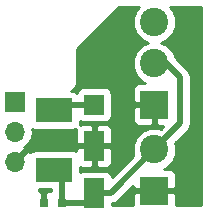
<source format=gbr>
G04 #@! TF.FileFunction,Copper,L1,Top,Signal*
%FSLAX46Y46*%
G04 Gerber Fmt 4.6, Leading zero omitted, Abs format (unit mm)*
G04 Created by KiCad (PCBNEW 4.0.5+dfsg1-4) date Sat Aug  4 04:34:50 2018*
%MOMM*%
%LPD*%
G01*
G04 APERTURE LIST*
%ADD10C,0.100000*%
%ADD11R,0.800000X0.750000*%
%ADD12R,1.800000X2.500000*%
%ADD13R,3.150000X2.000000*%
%ADD14C,2.400000*%
%ADD15R,2.400000X2.400000*%
%ADD16R,1.700000X1.700000*%
%ADD17O,1.700000X1.700000*%
%ADD18C,0.600000*%
%ADD19C,0.500000*%
%ADD20C,0.254000*%
G04 APERTURE END LIST*
D10*
D11*
X126950000Y-107800000D03*
X128450000Y-107800000D03*
D12*
X131200000Y-107000000D03*
X131200000Y-103000000D03*
D13*
X127800000Y-100000000D03*
X127800000Y-105000000D03*
D14*
X136300000Y-103300000D03*
D15*
X136300000Y-106800000D03*
D16*
X131200000Y-99500000D03*
X124500000Y-99250000D03*
D17*
X124500000Y-101790000D03*
X124500000Y-104330000D03*
D14*
X136300000Y-96000000D03*
X136300000Y-92500000D03*
D15*
X136300000Y-99500000D03*
D18*
X126900000Y-106800000D03*
D19*
X126950000Y-106850000D02*
X126950000Y-107800000D01*
X126900000Y-106800000D02*
X126950000Y-106850000D01*
X131200000Y-103000000D02*
X125830000Y-103000000D01*
X125830000Y-103000000D02*
X124500000Y-104330000D01*
X126950000Y-107800000D02*
X126900000Y-107750000D01*
X136300000Y-99500000D02*
X135400000Y-99500000D01*
X130750000Y-103750000D02*
X131500000Y-103000000D01*
X128450000Y-107800000D02*
X130400000Y-107800000D01*
X130400000Y-107800000D02*
X131200000Y-107000000D01*
X127800000Y-105000000D02*
X128450000Y-105650000D01*
X128450000Y-105650000D02*
X128450000Y-107800000D01*
X130800000Y-107400000D02*
X131200000Y-107000000D01*
X128500000Y-105700000D02*
X127800000Y-105000000D01*
X131200000Y-107000000D02*
X132600000Y-107000000D01*
X132600000Y-107000000D02*
X136300000Y-103300000D01*
X136300000Y-96000000D02*
X137300000Y-96000000D01*
X137300000Y-96000000D02*
X138500000Y-97200000D01*
X138500000Y-101100000D02*
X136300000Y-103300000D01*
X138500000Y-97200000D02*
X138500000Y-101100000D01*
X135800000Y-95500000D02*
X136300000Y-96000000D01*
X135800000Y-95500000D02*
X136300000Y-96000000D01*
X131200000Y-99500000D02*
X128300000Y-99500000D01*
X128300000Y-99500000D02*
X127800000Y-100000000D01*
D20*
G36*
X140290000Y-107990000D02*
X138135000Y-107990000D01*
X138135000Y-107085750D01*
X137976250Y-106927000D01*
X136427000Y-106927000D01*
X136427000Y-106947000D01*
X136173000Y-106947000D01*
X136173000Y-106927000D01*
X134623750Y-106927000D01*
X134465000Y-107085750D01*
X134465000Y-107990000D01*
X132747440Y-107990000D01*
X132747440Y-107855673D01*
X132882484Y-107828810D01*
X132938675Y-107817633D01*
X133225790Y-107625790D01*
X134465000Y-106386580D01*
X134465000Y-106514250D01*
X134623750Y-106673000D01*
X136173000Y-106673000D01*
X136173000Y-106653000D01*
X136427000Y-106653000D01*
X136427000Y-106673000D01*
X137976250Y-106673000D01*
X138135000Y-106514250D01*
X138135000Y-105473691D01*
X138038327Y-105240302D01*
X137859699Y-105061673D01*
X137626310Y-104965000D01*
X137075605Y-104965000D01*
X137338086Y-104856545D01*
X137854730Y-104340801D01*
X138134681Y-103666605D01*
X138135318Y-102936597D01*
X138070896Y-102780684D01*
X139125787Y-101725792D01*
X139125790Y-101725790D01*
X139317633Y-101438675D01*
X139328810Y-101382484D01*
X139385001Y-101100000D01*
X139385000Y-101099995D01*
X139385000Y-97200005D01*
X139385001Y-97200000D01*
X139317633Y-96861325D01*
X139160254Y-96625790D01*
X139125790Y-96574210D01*
X139125787Y-96574208D01*
X138098098Y-95546519D01*
X137856545Y-94961914D01*
X137340801Y-94445270D01*
X136870215Y-94249865D01*
X137338086Y-94056545D01*
X137854730Y-93540801D01*
X138134681Y-92866605D01*
X138135318Y-92136597D01*
X137856545Y-91461914D01*
X137605070Y-91210000D01*
X140290000Y-91210000D01*
X140290000Y-107990000D01*
X140290000Y-107990000D01*
G37*
X140290000Y-107990000D02*
X138135000Y-107990000D01*
X138135000Y-107085750D01*
X137976250Y-106927000D01*
X136427000Y-106927000D01*
X136427000Y-106947000D01*
X136173000Y-106947000D01*
X136173000Y-106927000D01*
X134623750Y-106927000D01*
X134465000Y-107085750D01*
X134465000Y-107990000D01*
X132747440Y-107990000D01*
X132747440Y-107855673D01*
X132882484Y-107828810D01*
X132938675Y-107817633D01*
X133225790Y-107625790D01*
X134465000Y-106386580D01*
X134465000Y-106514250D01*
X134623750Y-106673000D01*
X136173000Y-106673000D01*
X136173000Y-106653000D01*
X136427000Y-106653000D01*
X136427000Y-106673000D01*
X137976250Y-106673000D01*
X138135000Y-106514250D01*
X138135000Y-105473691D01*
X138038327Y-105240302D01*
X137859699Y-105061673D01*
X137626310Y-104965000D01*
X137075605Y-104965000D01*
X137338086Y-104856545D01*
X137854730Y-104340801D01*
X138134681Y-103666605D01*
X138135318Y-102936597D01*
X138070896Y-102780684D01*
X139125787Y-101725792D01*
X139125790Y-101725790D01*
X139317633Y-101438675D01*
X139328810Y-101382484D01*
X139385001Y-101100000D01*
X139385000Y-101099995D01*
X139385000Y-97200005D01*
X139385001Y-97200000D01*
X139317633Y-96861325D01*
X139160254Y-96625790D01*
X139125790Y-96574210D01*
X139125787Y-96574208D01*
X138098098Y-95546519D01*
X137856545Y-94961914D01*
X137340801Y-94445270D01*
X136870215Y-94249865D01*
X137338086Y-94056545D01*
X137854730Y-93540801D01*
X138134681Y-92866605D01*
X138135318Y-92136597D01*
X137856545Y-91461914D01*
X137605070Y-91210000D01*
X140290000Y-91210000D01*
X140290000Y-107990000D01*
G36*
X127565000Y-106826737D02*
X127476309Y-106790000D01*
X127235750Y-106790000D01*
X127077000Y-106948750D01*
X127077000Y-107673000D01*
X127097000Y-107673000D01*
X127097000Y-107927000D01*
X127077000Y-107927000D01*
X127077000Y-107947000D01*
X126823000Y-107947000D01*
X126823000Y-107927000D01*
X126803000Y-107927000D01*
X126803000Y-107673000D01*
X126823000Y-107673000D01*
X126823000Y-106948750D01*
X126664250Y-106790000D01*
X126510000Y-106790000D01*
X126510000Y-106647440D01*
X127565000Y-106647440D01*
X127565000Y-106826737D01*
X127565000Y-106826737D01*
G37*
X127565000Y-106826737D02*
X127476309Y-106790000D01*
X127235750Y-106790000D01*
X127077000Y-106948750D01*
X127077000Y-107673000D01*
X127097000Y-107673000D01*
X127097000Y-107927000D01*
X127077000Y-107927000D01*
X127077000Y-107947000D01*
X126823000Y-107947000D01*
X126823000Y-107927000D01*
X126803000Y-107927000D01*
X126803000Y-107673000D01*
X126823000Y-107673000D01*
X126823000Y-106948750D01*
X126664250Y-106790000D01*
X126510000Y-106790000D01*
X126510000Y-106647440D01*
X127565000Y-106647440D01*
X127565000Y-106826737D01*
G36*
X134745270Y-91459199D02*
X134465319Y-92133395D01*
X134464682Y-92863403D01*
X134743455Y-93538086D01*
X135259199Y-94054730D01*
X135729785Y-94250135D01*
X135261914Y-94443455D01*
X134745270Y-94959199D01*
X134465319Y-95633395D01*
X134464682Y-96363403D01*
X134743455Y-97038086D01*
X135259199Y-97554730D01*
X135524758Y-97665000D01*
X134973690Y-97665000D01*
X134740301Y-97761673D01*
X134561673Y-97940302D01*
X134465000Y-98173691D01*
X134465000Y-99214250D01*
X134623750Y-99373000D01*
X136173000Y-99373000D01*
X136173000Y-99353000D01*
X136427000Y-99353000D01*
X136427000Y-99373000D01*
X136447000Y-99373000D01*
X136447000Y-99627000D01*
X136427000Y-99627000D01*
X136427000Y-101176250D01*
X136585750Y-101335000D01*
X137013421Y-101335000D01*
X136819580Y-101528840D01*
X136666605Y-101465319D01*
X135936597Y-101464682D01*
X135261914Y-101743455D01*
X134745270Y-102259199D01*
X134465319Y-102933395D01*
X134464682Y-103663403D01*
X134529104Y-103819317D01*
X132723841Y-105624580D01*
X132703162Y-105514683D01*
X132564090Y-105298559D01*
X132351890Y-105153569D01*
X132100000Y-105102560D01*
X130300000Y-105102560D01*
X130064683Y-105146838D01*
X130022440Y-105174021D01*
X130022440Y-104822350D01*
X130173690Y-104885000D01*
X130914250Y-104885000D01*
X131073000Y-104726250D01*
X131073000Y-103127000D01*
X131327000Y-103127000D01*
X131327000Y-104726250D01*
X131485750Y-104885000D01*
X132226310Y-104885000D01*
X132459699Y-104788327D01*
X132638327Y-104609698D01*
X132735000Y-104376309D01*
X132735000Y-103285750D01*
X132576250Y-103127000D01*
X131327000Y-103127000D01*
X131073000Y-103127000D01*
X129823750Y-103127000D01*
X129665000Y-103285750D01*
X129665000Y-103429608D01*
X129626890Y-103403569D01*
X129375000Y-103352560D01*
X126225000Y-103352560D01*
X125989683Y-103396838D01*
X125773559Y-103535910D01*
X125762131Y-103552636D01*
X125381358Y-103134817D01*
X125238447Y-103067702D01*
X125579147Y-102840054D01*
X125901054Y-102358285D01*
X126014093Y-101790000D01*
X125975694Y-101596954D01*
X126225000Y-101647440D01*
X129375000Y-101647440D01*
X129610317Y-101603162D01*
X129696465Y-101547727D01*
X129665000Y-101623691D01*
X129665000Y-102714250D01*
X129823750Y-102873000D01*
X131073000Y-102873000D01*
X131073000Y-101273750D01*
X131327000Y-101273750D01*
X131327000Y-102873000D01*
X132576250Y-102873000D01*
X132735000Y-102714250D01*
X132735000Y-101623691D01*
X132638327Y-101390302D01*
X132459699Y-101211673D01*
X132226310Y-101115000D01*
X131485750Y-101115000D01*
X131327000Y-101273750D01*
X131073000Y-101273750D01*
X130914250Y-101115000D01*
X130173690Y-101115000D01*
X129983171Y-101193916D01*
X130022440Y-101000000D01*
X130022440Y-100894728D01*
X130098110Y-100946431D01*
X130350000Y-100997440D01*
X132050000Y-100997440D01*
X132285317Y-100953162D01*
X132501441Y-100814090D01*
X132646431Y-100601890D01*
X132697440Y-100350000D01*
X132697440Y-99785750D01*
X134465000Y-99785750D01*
X134465000Y-100826309D01*
X134561673Y-101059698D01*
X134740301Y-101238327D01*
X134973690Y-101335000D01*
X136014250Y-101335000D01*
X136173000Y-101176250D01*
X136173000Y-99627000D01*
X134623750Y-99627000D01*
X134465000Y-99785750D01*
X132697440Y-99785750D01*
X132697440Y-98650000D01*
X132653162Y-98414683D01*
X132514090Y-98198559D01*
X132301890Y-98053569D01*
X132050000Y-98002560D01*
X130350000Y-98002560D01*
X130114683Y-98046838D01*
X129898559Y-98185910D01*
X129753569Y-98398110D01*
X129737200Y-98478941D01*
X129626890Y-98403569D01*
X129375000Y-98352560D01*
X129276785Y-98352560D01*
X129502046Y-98202046D01*
X129655954Y-97971705D01*
X129710000Y-97700000D01*
X129710000Y-94794092D01*
X133294092Y-91210000D01*
X134994904Y-91210000D01*
X134745270Y-91459199D01*
X134745270Y-91459199D01*
G37*
X134745270Y-91459199D02*
X134465319Y-92133395D01*
X134464682Y-92863403D01*
X134743455Y-93538086D01*
X135259199Y-94054730D01*
X135729785Y-94250135D01*
X135261914Y-94443455D01*
X134745270Y-94959199D01*
X134465319Y-95633395D01*
X134464682Y-96363403D01*
X134743455Y-97038086D01*
X135259199Y-97554730D01*
X135524758Y-97665000D01*
X134973690Y-97665000D01*
X134740301Y-97761673D01*
X134561673Y-97940302D01*
X134465000Y-98173691D01*
X134465000Y-99214250D01*
X134623750Y-99373000D01*
X136173000Y-99373000D01*
X136173000Y-99353000D01*
X136427000Y-99353000D01*
X136427000Y-99373000D01*
X136447000Y-99373000D01*
X136447000Y-99627000D01*
X136427000Y-99627000D01*
X136427000Y-101176250D01*
X136585750Y-101335000D01*
X137013421Y-101335000D01*
X136819580Y-101528840D01*
X136666605Y-101465319D01*
X135936597Y-101464682D01*
X135261914Y-101743455D01*
X134745270Y-102259199D01*
X134465319Y-102933395D01*
X134464682Y-103663403D01*
X134529104Y-103819317D01*
X132723841Y-105624580D01*
X132703162Y-105514683D01*
X132564090Y-105298559D01*
X132351890Y-105153569D01*
X132100000Y-105102560D01*
X130300000Y-105102560D01*
X130064683Y-105146838D01*
X130022440Y-105174021D01*
X130022440Y-104822350D01*
X130173690Y-104885000D01*
X130914250Y-104885000D01*
X131073000Y-104726250D01*
X131073000Y-103127000D01*
X131327000Y-103127000D01*
X131327000Y-104726250D01*
X131485750Y-104885000D01*
X132226310Y-104885000D01*
X132459699Y-104788327D01*
X132638327Y-104609698D01*
X132735000Y-104376309D01*
X132735000Y-103285750D01*
X132576250Y-103127000D01*
X131327000Y-103127000D01*
X131073000Y-103127000D01*
X129823750Y-103127000D01*
X129665000Y-103285750D01*
X129665000Y-103429608D01*
X129626890Y-103403569D01*
X129375000Y-103352560D01*
X126225000Y-103352560D01*
X125989683Y-103396838D01*
X125773559Y-103535910D01*
X125762131Y-103552636D01*
X125381358Y-103134817D01*
X125238447Y-103067702D01*
X125579147Y-102840054D01*
X125901054Y-102358285D01*
X126014093Y-101790000D01*
X125975694Y-101596954D01*
X126225000Y-101647440D01*
X129375000Y-101647440D01*
X129610317Y-101603162D01*
X129696465Y-101547727D01*
X129665000Y-101623691D01*
X129665000Y-102714250D01*
X129823750Y-102873000D01*
X131073000Y-102873000D01*
X131073000Y-101273750D01*
X131327000Y-101273750D01*
X131327000Y-102873000D01*
X132576250Y-102873000D01*
X132735000Y-102714250D01*
X132735000Y-101623691D01*
X132638327Y-101390302D01*
X132459699Y-101211673D01*
X132226310Y-101115000D01*
X131485750Y-101115000D01*
X131327000Y-101273750D01*
X131073000Y-101273750D01*
X130914250Y-101115000D01*
X130173690Y-101115000D01*
X129983171Y-101193916D01*
X130022440Y-101000000D01*
X130022440Y-100894728D01*
X130098110Y-100946431D01*
X130350000Y-100997440D01*
X132050000Y-100997440D01*
X132285317Y-100953162D01*
X132501441Y-100814090D01*
X132646431Y-100601890D01*
X132697440Y-100350000D01*
X132697440Y-99785750D01*
X134465000Y-99785750D01*
X134465000Y-100826309D01*
X134561673Y-101059698D01*
X134740301Y-101238327D01*
X134973690Y-101335000D01*
X136014250Y-101335000D01*
X136173000Y-101176250D01*
X136173000Y-99627000D01*
X134623750Y-99627000D01*
X134465000Y-99785750D01*
X132697440Y-99785750D01*
X132697440Y-98650000D01*
X132653162Y-98414683D01*
X132514090Y-98198559D01*
X132301890Y-98053569D01*
X132050000Y-98002560D01*
X130350000Y-98002560D01*
X130114683Y-98046838D01*
X129898559Y-98185910D01*
X129753569Y-98398110D01*
X129737200Y-98478941D01*
X129626890Y-98403569D01*
X129375000Y-98352560D01*
X129276785Y-98352560D01*
X129502046Y-98202046D01*
X129655954Y-97971705D01*
X129710000Y-97700000D01*
X129710000Y-94794092D01*
X133294092Y-91210000D01*
X134994904Y-91210000D01*
X134745270Y-91459199D01*
G36*
X124627000Y-104203000D02*
X124647000Y-104203000D01*
X124647000Y-104457000D01*
X124627000Y-104457000D01*
X124627000Y-104477000D01*
X124373000Y-104477000D01*
X124373000Y-104457000D01*
X124353000Y-104457000D01*
X124353000Y-104203000D01*
X124373000Y-104203000D01*
X124373000Y-104183000D01*
X124627000Y-104183000D01*
X124627000Y-104203000D01*
X124627000Y-104203000D01*
G37*
X124627000Y-104203000D02*
X124647000Y-104203000D01*
X124647000Y-104457000D01*
X124627000Y-104457000D01*
X124627000Y-104477000D01*
X124373000Y-104477000D01*
X124373000Y-104457000D01*
X124353000Y-104457000D01*
X124353000Y-104203000D01*
X124373000Y-104203000D01*
X124373000Y-104183000D01*
X124627000Y-104183000D01*
X124627000Y-104203000D01*
M02*

</source>
